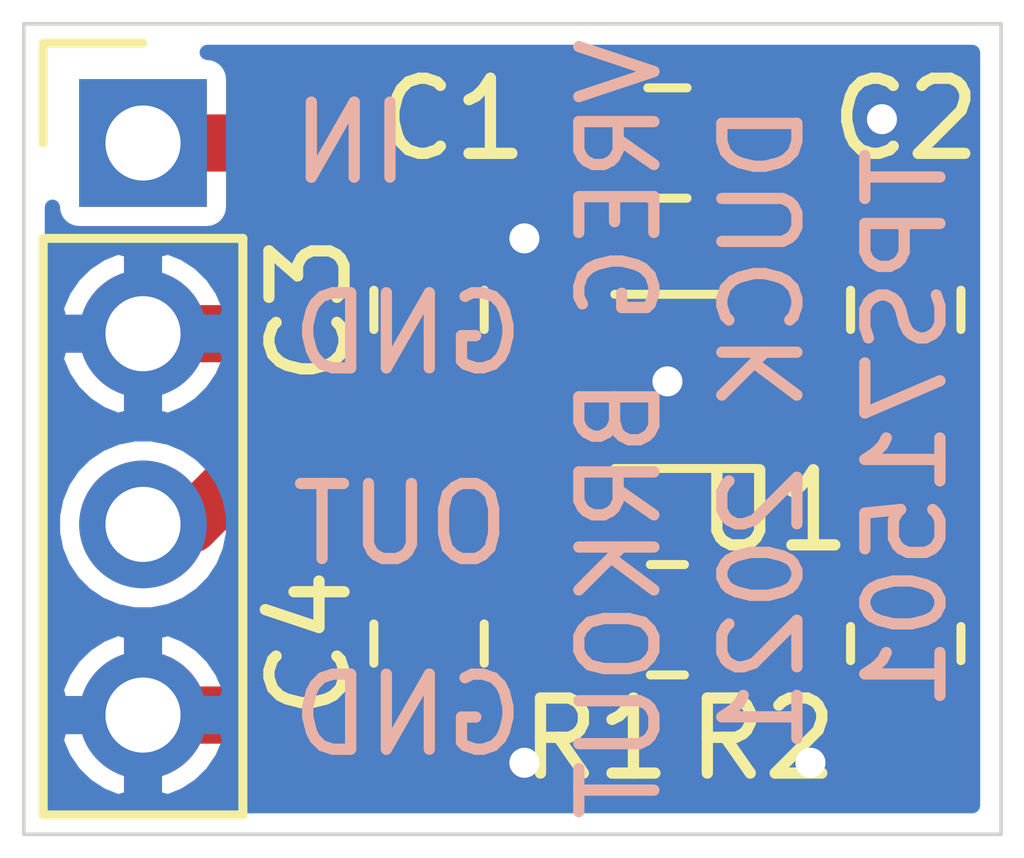
<source format=kicad_pcb>
(kicad_pcb (version 20171130) (host pcbnew 5.1.10-88a1d61d58~90~ubuntu20.04.1)

  (general
    (thickness 1.6)
    (drawings 11)
    (tracks 57)
    (zones 0)
    (modules 8)
    (nets 6)
  )

  (page A4)
  (layers
    (0 F.Cu signal)
    (31 B.Cu signal)
    (32 B.Adhes user)
    (33 F.Adhes user)
    (34 B.Paste user)
    (35 F.Paste user)
    (36 B.SilkS user)
    (37 F.SilkS user)
    (38 B.Mask user)
    (39 F.Mask user)
    (40 Dwgs.User user)
    (41 Cmts.User user)
    (42 Eco1.User user)
    (43 Eco2.User user)
    (44 Edge.Cuts user)
    (45 Margin user)
    (46 B.CrtYd user)
    (47 F.CrtYd user)
    (48 B.Fab user hide)
    (49 F.Fab user hide)
  )

  (setup
    (last_trace_width 0.762)
    (user_trace_width 0.254)
    (user_trace_width 0.381)
    (user_trace_width 0.508)
    (user_trace_width 0.762)
    (trace_clearance 0.2)
    (zone_clearance 0.254)
    (zone_45_only no)
    (trace_min 0.2)
    (via_size 0.8)
    (via_drill 0.4)
    (via_min_size 0.4)
    (via_min_drill 0.3)
    (uvia_size 0.3)
    (uvia_drill 0.1)
    (uvias_allowed no)
    (uvia_min_size 0.2)
    (uvia_min_drill 0.1)
    (edge_width 0.05)
    (segment_width 0.2)
    (pcb_text_width 0.3)
    (pcb_text_size 1.5 1.5)
    (mod_edge_width 0.12)
    (mod_text_size 1 1)
    (mod_text_width 0.15)
    (pad_size 1.524 1.524)
    (pad_drill 0.762)
    (pad_to_mask_clearance 0)
    (aux_axis_origin 0 0)
    (visible_elements FFFFFF7F)
    (pcbplotparams
      (layerselection 0x010fc_ffffffff)
      (usegerberextensions false)
      (usegerberattributes true)
      (usegerberadvancedattributes true)
      (creategerberjobfile true)
      (excludeedgelayer true)
      (linewidth 0.100000)
      (plotframeref false)
      (viasonmask false)
      (mode 1)
      (useauxorigin false)
      (hpglpennumber 1)
      (hpglpenspeed 20)
      (hpglpendiameter 15.000000)
      (psnegative false)
      (psa4output false)
      (plotreference true)
      (plotvalue true)
      (plotinvisibletext false)
      (padsonsilk false)
      (subtractmaskfromsilk false)
      (outputformat 1)
      (mirror false)
      (drillshape 1)
      (scaleselection 1)
      (outputdirectory ""))
  )

  (net 0 "")
  (net 1 "Net-(C1-Pad1)")
  (net 2 GND)
  (net 3 "Net-(C2-Pad1)")
  (net 4 "Net-(C3-Pad1)")
  (net 5 "Net-(U1-Pad3)")

  (net_class Default "This is the default net class."
    (clearance 0.2)
    (trace_width 0.25)
    (via_dia 0.8)
    (via_drill 0.4)
    (uvia_dia 0.3)
    (uvia_drill 0.1)
    (add_net GND)
    (add_net "Net-(C1-Pad1)")
    (add_net "Net-(C2-Pad1)")
    (add_net "Net-(C3-Pad1)")
    (add_net "Net-(U1-Pad3)")
  )

  (module Capacitor_SMD:C_0805_2012Metric_Pad1.18x1.45mm_HandSolder (layer F.Cu) (tedit 5F68FEEF) (tstamp 61503FAF)
    (at 131.1275 104.775)
    (descr "Capacitor SMD 0805 (2012 Metric), square (rectangular) end terminal, IPC_7351 nominal with elongated pad for handsoldering. (Body size source: IPC-SM-782 page 76, https://www.pcb-3d.com/wordpress/wp-content/uploads/ipc-sm-782a_amendment_1_and_2.pdf, https://docs.google.com/spreadsheets/d/1BsfQQcO9C6DZCsRaXUlFlo91Tg2WpOkGARC1WS5S8t0/edit?usp=sharing), generated with kicad-footprint-generator")
    (tags "capacitor handsolder")
    (path /615281E5)
    (attr smd)
    (fp_text reference C1 (at -2.8575 -0.3175) (layer F.SilkS)
      (effects (font (size 1 1) (thickness 0.15)))
    )
    (fp_text value 100n (at 0 1.68) (layer F.Fab)
      (effects (font (size 1 1) (thickness 0.15)))
    )
    (fp_line (start 1.88 0.98) (end -1.88 0.98) (layer F.CrtYd) (width 0.05))
    (fp_line (start 1.88 -0.98) (end 1.88 0.98) (layer F.CrtYd) (width 0.05))
    (fp_line (start -1.88 -0.98) (end 1.88 -0.98) (layer F.CrtYd) (width 0.05))
    (fp_line (start -1.88 0.98) (end -1.88 -0.98) (layer F.CrtYd) (width 0.05))
    (fp_line (start -0.261252 0.735) (end 0.261252 0.735) (layer F.SilkS) (width 0.12))
    (fp_line (start -0.261252 -0.735) (end 0.261252 -0.735) (layer F.SilkS) (width 0.12))
    (fp_line (start 1 0.625) (end -1 0.625) (layer F.Fab) (width 0.1))
    (fp_line (start 1 -0.625) (end 1 0.625) (layer F.Fab) (width 0.1))
    (fp_line (start -1 -0.625) (end 1 -0.625) (layer F.Fab) (width 0.1))
    (fp_line (start -1 0.625) (end -1 -0.625) (layer F.Fab) (width 0.1))
    (fp_text user %R (at 0 0) (layer F.Fab)
      (effects (font (size 0.5 0.5) (thickness 0.08)))
    )
    (pad 1 smd roundrect (at -1.0375 0) (size 1.175 1.45) (layers F.Cu F.Paste F.Mask) (roundrect_rratio 0.212766)
      (net 1 "Net-(C1-Pad1)"))
    (pad 2 smd roundrect (at 1.0375 0) (size 1.175 1.45) (layers F.Cu F.Paste F.Mask) (roundrect_rratio 0.212766)
      (net 2 GND))
    (model ${KISYS3DMOD}/Capacitor_SMD.3dshapes/C_0805_2012Metric.wrl
      (at (xyz 0 0 0))
      (scale (xyz 1 1 1))
      (rotate (xyz 0 0 0))
    )
  )

  (module Capacitor_SMD:C_0805_2012Metric_Pad1.18x1.45mm_HandSolder (layer F.Cu) (tedit 5F68FEEF) (tstamp 61503FC0)
    (at 134.3025 106.9975 90)
    (descr "Capacitor SMD 0805 (2012 Metric), square (rectangular) end terminal, IPC_7351 nominal with elongated pad for handsoldering. (Body size source: IPC-SM-782 page 76, https://www.pcb-3d.com/wordpress/wp-content/uploads/ipc-sm-782a_amendment_1_and_2.pdf, https://docs.google.com/spreadsheets/d/1BsfQQcO9C6DZCsRaXUlFlo91Tg2WpOkGARC1WS5S8t0/edit?usp=sharing), generated with kicad-footprint-generator")
    (tags "capacitor handsolder")
    (path /6152931D)
    (attr smd)
    (fp_text reference C2 (at 2.54 0 180) (layer F.SilkS)
      (effects (font (size 1 1) (thickness 0.15)))
    )
    (fp_text value 10n (at 0 1.68 90) (layer F.Fab)
      (effects (font (size 1 1) (thickness 0.15)))
    )
    (fp_text user %R (at 0 0 90) (layer F.Fab)
      (effects (font (size 0.5 0.5) (thickness 0.08)))
    )
    (fp_line (start -1 0.625) (end -1 -0.625) (layer F.Fab) (width 0.1))
    (fp_line (start -1 -0.625) (end 1 -0.625) (layer F.Fab) (width 0.1))
    (fp_line (start 1 -0.625) (end 1 0.625) (layer F.Fab) (width 0.1))
    (fp_line (start 1 0.625) (end -1 0.625) (layer F.Fab) (width 0.1))
    (fp_line (start -0.261252 -0.735) (end 0.261252 -0.735) (layer F.SilkS) (width 0.12))
    (fp_line (start -0.261252 0.735) (end 0.261252 0.735) (layer F.SilkS) (width 0.12))
    (fp_line (start -1.88 0.98) (end -1.88 -0.98) (layer F.CrtYd) (width 0.05))
    (fp_line (start -1.88 -0.98) (end 1.88 -0.98) (layer F.CrtYd) (width 0.05))
    (fp_line (start 1.88 -0.98) (end 1.88 0.98) (layer F.CrtYd) (width 0.05))
    (fp_line (start 1.88 0.98) (end -1.88 0.98) (layer F.CrtYd) (width 0.05))
    (pad 2 smd roundrect (at 1.0375 0 90) (size 1.175 1.45) (layers F.Cu F.Paste F.Mask) (roundrect_rratio 0.212766)
      (net 2 GND))
    (pad 1 smd roundrect (at -1.0375 0 90) (size 1.175 1.45) (layers F.Cu F.Paste F.Mask) (roundrect_rratio 0.212766)
      (net 3 "Net-(C2-Pad1)"))
    (model ${KISYS3DMOD}/Capacitor_SMD.3dshapes/C_0805_2012Metric.wrl
      (at (xyz 0 0 0))
      (scale (xyz 1 1 1))
      (rotate (xyz 0 0 0))
    )
  )

  (module Capacitor_SMD:C_0805_2012Metric_Pad1.18x1.45mm_HandSolder (layer F.Cu) (tedit 5F68FEEF) (tstamp 61503FD1)
    (at 127.9525 106.9975 90)
    (descr "Capacitor SMD 0805 (2012 Metric), square (rectangular) end terminal, IPC_7351 nominal with elongated pad for handsoldering. (Body size source: IPC-SM-782 page 76, https://www.pcb-3d.com/wordpress/wp-content/uploads/ipc-sm-782a_amendment_1_and_2.pdf, https://docs.google.com/spreadsheets/d/1BsfQQcO9C6DZCsRaXUlFlo91Tg2WpOkGARC1WS5S8t0/edit?usp=sharing), generated with kicad-footprint-generator")
    (tags "capacitor handsolder")
    (path /61528FB4)
    (attr smd)
    (fp_text reference C3 (at 0 -1.5875 90) (layer F.SilkS)
      (effects (font (size 1 1) (thickness 0.15)))
    )
    (fp_text value 100n (at 0 1.68 90) (layer F.Fab)
      (effects (font (size 1 1) (thickness 0.15)))
    )
    (fp_line (start 1.88 0.98) (end -1.88 0.98) (layer F.CrtYd) (width 0.05))
    (fp_line (start 1.88 -0.98) (end 1.88 0.98) (layer F.CrtYd) (width 0.05))
    (fp_line (start -1.88 -0.98) (end 1.88 -0.98) (layer F.CrtYd) (width 0.05))
    (fp_line (start -1.88 0.98) (end -1.88 -0.98) (layer F.CrtYd) (width 0.05))
    (fp_line (start -0.261252 0.735) (end 0.261252 0.735) (layer F.SilkS) (width 0.12))
    (fp_line (start -0.261252 -0.735) (end 0.261252 -0.735) (layer F.SilkS) (width 0.12))
    (fp_line (start 1 0.625) (end -1 0.625) (layer F.Fab) (width 0.1))
    (fp_line (start 1 -0.625) (end 1 0.625) (layer F.Fab) (width 0.1))
    (fp_line (start -1 -0.625) (end 1 -0.625) (layer F.Fab) (width 0.1))
    (fp_line (start -1 0.625) (end -1 -0.625) (layer F.Fab) (width 0.1))
    (fp_text user %R (at 0 0 90) (layer F.Fab)
      (effects (font (size 0.5 0.5) (thickness 0.08)))
    )
    (pad 1 smd roundrect (at -1.0375 0 90) (size 1.175 1.45) (layers F.Cu F.Paste F.Mask) (roundrect_rratio 0.212766)
      (net 4 "Net-(C3-Pad1)"))
    (pad 2 smd roundrect (at 1.0375 0 90) (size 1.175 1.45) (layers F.Cu F.Paste F.Mask) (roundrect_rratio 0.212766)
      (net 2 GND))
    (model ${KISYS3DMOD}/Capacitor_SMD.3dshapes/C_0805_2012Metric.wrl
      (at (xyz 0 0 0))
      (scale (xyz 1 1 1))
      (rotate (xyz 0 0 0))
    )
  )

  (module Capacitor_SMD:C_0805_2012Metric_Pad1.18x1.45mm_HandSolder (layer F.Cu) (tedit 5F68FEEF) (tstamp 61504179)
    (at 127.9525 111.4425 270)
    (descr "Capacitor SMD 0805 (2012 Metric), square (rectangular) end terminal, IPC_7351 nominal with elongated pad for handsoldering. (Body size source: IPC-SM-782 page 76, https://www.pcb-3d.com/wordpress/wp-content/uploads/ipc-sm-782a_amendment_1_and_2.pdf, https://docs.google.com/spreadsheets/d/1BsfQQcO9C6DZCsRaXUlFlo91Tg2WpOkGARC1WS5S8t0/edit?usp=sharing), generated with kicad-footprint-generator")
    (tags "capacitor handsolder")
    (path /6152854F)
    (attr smd)
    (fp_text reference C4 (at 0 1.5875 90) (layer F.SilkS)
      (effects (font (size 1 1) (thickness 0.15)))
    )
    (fp_text value 10u (at 0 1.68 90) (layer F.Fab)
      (effects (font (size 1 1) (thickness 0.15)))
    )
    (fp_text user %R (at 0 0 90) (layer F.Fab)
      (effects (font (size 0.5 0.5) (thickness 0.08)))
    )
    (fp_line (start -1 0.625) (end -1 -0.625) (layer F.Fab) (width 0.1))
    (fp_line (start -1 -0.625) (end 1 -0.625) (layer F.Fab) (width 0.1))
    (fp_line (start 1 -0.625) (end 1 0.625) (layer F.Fab) (width 0.1))
    (fp_line (start 1 0.625) (end -1 0.625) (layer F.Fab) (width 0.1))
    (fp_line (start -0.261252 -0.735) (end 0.261252 -0.735) (layer F.SilkS) (width 0.12))
    (fp_line (start -0.261252 0.735) (end 0.261252 0.735) (layer F.SilkS) (width 0.12))
    (fp_line (start -1.88 0.98) (end -1.88 -0.98) (layer F.CrtYd) (width 0.05))
    (fp_line (start -1.88 -0.98) (end 1.88 -0.98) (layer F.CrtYd) (width 0.05))
    (fp_line (start 1.88 -0.98) (end 1.88 0.98) (layer F.CrtYd) (width 0.05))
    (fp_line (start 1.88 0.98) (end -1.88 0.98) (layer F.CrtYd) (width 0.05))
    (pad 2 smd roundrect (at 1.0375 0 270) (size 1.175 1.45) (layers F.Cu F.Paste F.Mask) (roundrect_rratio 0.212766)
      (net 2 GND))
    (pad 1 smd roundrect (at -1.0375 0 270) (size 1.175 1.45) (layers F.Cu F.Paste F.Mask) (roundrect_rratio 0.212766)
      (net 4 "Net-(C3-Pad1)"))
    (model ${KISYS3DMOD}/Capacitor_SMD.3dshapes/C_0805_2012Metric.wrl
      (at (xyz 0 0 0))
      (scale (xyz 1 1 1))
      (rotate (xyz 0 0 0))
    )
  )

  (module Connector_PinHeader_2.54mm:PinHeader_1x04_P2.54mm_Vertical (layer F.Cu) (tedit 59FED5CC) (tstamp 61503FFA)
    (at 124.1425 104.775)
    (descr "Through hole straight pin header, 1x04, 2.54mm pitch, single row")
    (tags "Through hole pin header THT 1x04 2.54mm single row")
    (path /6153456D)
    (fp_text reference J1 (at 0 -2.33) (layer F.SilkS) hide
      (effects (font (size 1 1) (thickness 0.15)))
    )
    (fp_text value Conn_01x04 (at 0 9.95) (layer F.Fab)
      (effects (font (size 1 1) (thickness 0.15)))
    )
    (fp_line (start 1.8 -1.8) (end -1.8 -1.8) (layer F.CrtYd) (width 0.05))
    (fp_line (start 1.8 9.4) (end 1.8 -1.8) (layer F.CrtYd) (width 0.05))
    (fp_line (start -1.8 9.4) (end 1.8 9.4) (layer F.CrtYd) (width 0.05))
    (fp_line (start -1.8 -1.8) (end -1.8 9.4) (layer F.CrtYd) (width 0.05))
    (fp_line (start -1.33 -1.33) (end 0 -1.33) (layer F.SilkS) (width 0.12))
    (fp_line (start -1.33 0) (end -1.33 -1.33) (layer F.SilkS) (width 0.12))
    (fp_line (start -1.33 1.27) (end 1.33 1.27) (layer F.SilkS) (width 0.12))
    (fp_line (start 1.33 1.27) (end 1.33 8.95) (layer F.SilkS) (width 0.12))
    (fp_line (start -1.33 1.27) (end -1.33 8.95) (layer F.SilkS) (width 0.12))
    (fp_line (start -1.33 8.95) (end 1.33 8.95) (layer F.SilkS) (width 0.12))
    (fp_line (start -1.27 -0.635) (end -0.635 -1.27) (layer F.Fab) (width 0.1))
    (fp_line (start -1.27 8.89) (end -1.27 -0.635) (layer F.Fab) (width 0.1))
    (fp_line (start 1.27 8.89) (end -1.27 8.89) (layer F.Fab) (width 0.1))
    (fp_line (start 1.27 -1.27) (end 1.27 8.89) (layer F.Fab) (width 0.1))
    (fp_line (start -0.635 -1.27) (end 1.27 -1.27) (layer F.Fab) (width 0.1))
    (fp_text user %R (at 0 3.81 90) (layer F.Fab)
      (effects (font (size 1 1) (thickness 0.15)))
    )
    (pad 1 thru_hole rect (at 0 0) (size 1.7 1.7) (drill 1) (layers *.Cu *.Mask)
      (net 1 "Net-(C1-Pad1)"))
    (pad 2 thru_hole oval (at 0 2.54) (size 1.7 1.7) (drill 1) (layers *.Cu *.Mask)
      (net 2 GND))
    (pad 3 thru_hole oval (at 0 5.08) (size 1.7 1.7) (drill 1) (layers *.Cu *.Mask)
      (net 4 "Net-(C3-Pad1)"))
    (pad 4 thru_hole oval (at 0 7.62) (size 1.7 1.7) (drill 1) (layers *.Cu *.Mask)
      (net 2 GND))
    (model ${KISYS3DMOD}/Connector_PinHeader_2.54mm.3dshapes/PinHeader_1x04_P2.54mm_Vertical.wrl
      (at (xyz 0 0 0))
      (scale (xyz 1 1 1))
      (rotate (xyz 0 0 0))
    )
  )

  (module Resistor_SMD:R_0805_2012Metric_Pad1.20x1.40mm_HandSolder (layer F.Cu) (tedit 5F68FEEE) (tstamp 6150400B)
    (at 131.1275 111.125)
    (descr "Resistor SMD 0805 (2012 Metric), square (rectangular) end terminal, IPC_7351 nominal with elongated pad for handsoldering. (Body size source: IPC-SM-782 page 72, https://www.pcb-3d.com/wordpress/wp-content/uploads/ipc-sm-782a_amendment_1_and_2.pdf), generated with kicad-footprint-generator")
    (tags "resistor handsolder")
    (path /615295EA)
    (attr smd)
    (fp_text reference R1 (at -0.9525 1.5875) (layer F.SilkS)
      (effects (font (size 1 1) (thickness 0.15)))
    )
    (fp_text value 2.2Meg (at 0 1.65) (layer F.Fab)
      (effects (font (size 1 1) (thickness 0.15)))
    )
    (fp_line (start 1.85 0.95) (end -1.85 0.95) (layer F.CrtYd) (width 0.05))
    (fp_line (start 1.85 -0.95) (end 1.85 0.95) (layer F.CrtYd) (width 0.05))
    (fp_line (start -1.85 -0.95) (end 1.85 -0.95) (layer F.CrtYd) (width 0.05))
    (fp_line (start -1.85 0.95) (end -1.85 -0.95) (layer F.CrtYd) (width 0.05))
    (fp_line (start -0.227064 0.735) (end 0.227064 0.735) (layer F.SilkS) (width 0.12))
    (fp_line (start -0.227064 -0.735) (end 0.227064 -0.735) (layer F.SilkS) (width 0.12))
    (fp_line (start 1 0.625) (end -1 0.625) (layer F.Fab) (width 0.1))
    (fp_line (start 1 -0.625) (end 1 0.625) (layer F.Fab) (width 0.1))
    (fp_line (start -1 -0.625) (end 1 -0.625) (layer F.Fab) (width 0.1))
    (fp_line (start -1 0.625) (end -1 -0.625) (layer F.Fab) (width 0.1))
    (fp_text user %R (at 0 0) (layer F.Fab)
      (effects (font (size 0.5 0.5) (thickness 0.08)))
    )
    (pad 1 smd roundrect (at -1 0) (size 1.2 1.4) (layers F.Cu F.Paste F.Mask) (roundrect_rratio 0.208333)
      (net 4 "Net-(C3-Pad1)"))
    (pad 2 smd roundrect (at 1 0) (size 1.2 1.4) (layers F.Cu F.Paste F.Mask) (roundrect_rratio 0.208333)
      (net 3 "Net-(C2-Pad1)"))
    (model ${KISYS3DMOD}/Resistor_SMD.3dshapes/R_0805_2012Metric.wrl
      (at (xyz 0 0 0))
      (scale (xyz 1 1 1))
      (rotate (xyz 0 0 0))
    )
  )

  (module Resistor_SMD:R_0805_2012Metric_Pad1.20x1.40mm_HandSolder (layer F.Cu) (tedit 5F68FEEE) (tstamp 6150401C)
    (at 134.3025 111.4425 270)
    (descr "Resistor SMD 0805 (2012 Metric), square (rectangular) end terminal, IPC_7351 nominal with elongated pad for handsoldering. (Body size source: IPC-SM-782 page 72, https://www.pcb-3d.com/wordpress/wp-content/uploads/ipc-sm-782a_amendment_1_and_2.pdf), generated with kicad-footprint-generator")
    (tags "resistor handsolder")
    (path /615299BF)
    (attr smd)
    (fp_text reference R2 (at 1.27 1.905 180) (layer F.SilkS)
      (effects (font (size 1 1) (thickness 0.15)))
    )
    (fp_text value 470k (at 0 1.65 90) (layer F.Fab)
      (effects (font (size 1 1) (thickness 0.15)))
    )
    (fp_text user %R (at 0 0 90) (layer F.Fab)
      (effects (font (size 0.5 0.5) (thickness 0.08)))
    )
    (fp_line (start -1 0.625) (end -1 -0.625) (layer F.Fab) (width 0.1))
    (fp_line (start -1 -0.625) (end 1 -0.625) (layer F.Fab) (width 0.1))
    (fp_line (start 1 -0.625) (end 1 0.625) (layer F.Fab) (width 0.1))
    (fp_line (start 1 0.625) (end -1 0.625) (layer F.Fab) (width 0.1))
    (fp_line (start -0.227064 -0.735) (end 0.227064 -0.735) (layer F.SilkS) (width 0.12))
    (fp_line (start -0.227064 0.735) (end 0.227064 0.735) (layer F.SilkS) (width 0.12))
    (fp_line (start -1.85 0.95) (end -1.85 -0.95) (layer F.CrtYd) (width 0.05))
    (fp_line (start -1.85 -0.95) (end 1.85 -0.95) (layer F.CrtYd) (width 0.05))
    (fp_line (start 1.85 -0.95) (end 1.85 0.95) (layer F.CrtYd) (width 0.05))
    (fp_line (start 1.85 0.95) (end -1.85 0.95) (layer F.CrtYd) (width 0.05))
    (pad 2 smd roundrect (at 1 0 270) (size 1.2 1.4) (layers F.Cu F.Paste F.Mask) (roundrect_rratio 0.208333)
      (net 2 GND))
    (pad 1 smd roundrect (at -1 0 270) (size 1.2 1.4) (layers F.Cu F.Paste F.Mask) (roundrect_rratio 0.208333)
      (net 3 "Net-(C2-Pad1)"))
    (model ${KISYS3DMOD}/Resistor_SMD.3dshapes/R_0805_2012Metric.wrl
      (at (xyz 0 0 0))
      (scale (xyz 1 1 1))
      (rotate (xyz 0 0 0))
    )
  )

  (module Package_TO_SOT_SMD:SOT-353_SC-70-5 (layer F.Cu) (tedit 5A02FF57) (tstamp 61504031)
    (at 131.1275 107.95 180)
    (descr "SOT-353, SC-70-5")
    (tags "SOT-353 SC-70-5")
    (path /61527D78)
    (attr smd)
    (fp_text reference U1 (at -1.420287 -1.722832) (layer F.SilkS)
      (effects (font (size 1 1) (thickness 0.15)))
    )
    (fp_text value TPS71501__SC70 (at 0 2 180) (layer F.Fab)
      (effects (font (size 1 1) (thickness 0.15)))
    )
    (fp_line (start -0.175 -1.1) (end -0.675 -0.6) (layer F.Fab) (width 0.1))
    (fp_line (start 0.675 1.1) (end -0.675 1.1) (layer F.Fab) (width 0.1))
    (fp_line (start 0.675 -1.1) (end 0.675 1.1) (layer F.Fab) (width 0.1))
    (fp_line (start -1.6 1.4) (end 1.6 1.4) (layer F.CrtYd) (width 0.05))
    (fp_line (start -0.675 -0.6) (end -0.675 1.1) (layer F.Fab) (width 0.1))
    (fp_line (start 0.675 -1.1) (end -0.175 -1.1) (layer F.Fab) (width 0.1))
    (fp_line (start -1.6 -1.4) (end 1.6 -1.4) (layer F.CrtYd) (width 0.05))
    (fp_line (start -1.6 -1.4) (end -1.6 1.4) (layer F.CrtYd) (width 0.05))
    (fp_line (start 1.6 1.4) (end 1.6 -1.4) (layer F.CrtYd) (width 0.05))
    (fp_line (start -0.7 1.16) (end 0.7 1.16) (layer F.SilkS) (width 0.12))
    (fp_line (start 0.7 -1.16) (end -1.2 -1.16) (layer F.SilkS) (width 0.12))
    (fp_text user %R (at 0 0 90) (layer F.Fab)
      (effects (font (size 0.5 0.5) (thickness 0.075)))
    )
    (pad 1 smd rect (at -0.95 -0.65 180) (size 0.65 0.4) (layers F.Cu F.Paste F.Mask)
      (net 3 "Net-(C2-Pad1)"))
    (pad 3 smd rect (at -0.95 0.65 180) (size 0.65 0.4) (layers F.Cu F.Paste F.Mask)
      (net 5 "Net-(U1-Pad3)"))
    (pad 2 smd rect (at -0.95 0 180) (size 0.65 0.4) (layers F.Cu F.Paste F.Mask)
      (net 2 GND))
    (pad 4 smd rect (at 0.95 0.65 180) (size 0.65 0.4) (layers F.Cu F.Paste F.Mask)
      (net 1 "Net-(C1-Pad1)"))
    (pad 5 smd rect (at 0.95 -0.65 180) (size 0.65 0.4) (layers F.Cu F.Paste F.Mask)
      (net 4 "Net-(C3-Pad1)"))
    (model ${KISYS3DMOD}/Package_TO_SOT_SMD.3dshapes/SOT-353_SC-70-5.wrl
      (at (xyz 0 0 0))
      (scale (xyz 1 1 1))
      (rotate (xyz 0 0 0))
    )
  )

  (gr_text "VREG BRKOUT" (at 130.4925 108.585 90) (layer B.SilkS)
    (effects (font (size 1 1) (thickness 0.15)) (justify mirror))
  )
  (gr_text "DUCK 2021" (at 132.3975 108.585 90) (layer B.SilkS) (tstamp 61504B55)
    (effects (font (size 1 1) (thickness 0.15)) (justify mirror))
  )
  (gr_text TPS71501 (at 134.3025 108.585 90) (layer B.SilkS)
    (effects (font (size 1 1) (thickness 0.15)) (justify mirror))
  )
  (gr_text OUT (at 126.0475 109.855) (layer B.SilkS) (tstamp 61504B4F)
    (effects (font (size 1 1) (thickness 0.15)) (justify right mirror))
  )
  (gr_text GND (at 126.0475 112.395) (layer B.SilkS) (tstamp 61504B4D)
    (effects (font (size 1 1) (thickness 0.15)) (justify right mirror))
  )
  (gr_text GND (at 126.0475 107.315) (layer B.SilkS)
    (effects (font (size 1 1) (thickness 0.15)) (justify right mirror))
  )
  (gr_text IN (at 126.0475 104.775) (layer B.SilkS)
    (effects (font (size 1 1) (thickness 0.15)) (justify right mirror))
  )
  (gr_line (start 135.5725 103.1875) (end 122.555 103.1875) (layer Edge.Cuts) (width 0.05) (tstamp 61504869))
  (gr_line (start 135.5725 113.9825) (end 135.5725 103.1875) (layer Edge.Cuts) (width 0.05))
  (gr_line (start 122.555 113.9825) (end 135.5725 113.9825) (layer Edge.Cuts) (width 0.05))
  (gr_line (start 122.555 103.1875) (end 122.555 113.9825) (layer Edge.Cuts) (width 0.05))

  (segment (start 124.1425 104.775) (end 125.4125 104.775) (width 0.762) (layer F.Cu) (net 1))
  (segment (start 125.4125 104.775) (end 126.0475 104.14) (width 0.762) (layer F.Cu) (net 1))
  (segment (start 129.455 104.14) (end 130.09 104.775) (width 0.762) (layer F.Cu) (net 1))
  (segment (start 126.0475 104.14) (end 129.455 104.14) (width 0.762) (layer F.Cu) (net 1))
  (segment (start 130.1775 104.8625) (end 130.09 104.775) (width 0.508) (layer F.Cu) (net 1))
  (segment (start 130.1775 107.3) (end 130.1775 104.8625) (width 0.508) (layer F.Cu) (net 1))
  (segment (start 124.1425 107.315) (end 125.4125 107.315) (width 0.762) (layer F.Cu) (net 2))
  (segment (start 126.7675 105.96) (end 127.9525 105.96) (width 0.762) (layer F.Cu) (net 2))
  (segment (start 125.4125 107.315) (end 126.7675 105.96) (width 0.762) (layer F.Cu) (net 2))
  (segment (start 127.8675 112.395) (end 127.9525 112.48) (width 0.762) (layer F.Cu) (net 2))
  (segment (start 124.1425 112.395) (end 127.8675 112.395) (width 0.762) (layer F.Cu) (net 2))
  (segment (start 133.0325 113.03) (end 132.08 113.03) (width 0.762) (layer F.Cu) (net 2))
  (via (at 129.2225 113.03) (size 0.8) (drill 0.4) (layers F.Cu B.Cu) (net 2))
  (segment (start 133.0325 113.03) (end 133.0325 113.03) (width 0.762) (layer F.Cu) (net 2) (tstamp 61504997))
  (via (at 133.0325 113.03) (size 0.8) (drill 0.4) (layers F.Cu B.Cu) (net 2))
  (via (at 131.1275 107.95) (size 0.8) (drill 0.4) (layers F.Cu B.Cu) (net 2))
  (segment (start 132.0775 107.95) (end 131.1275 107.95) (width 0.381) (layer F.Cu) (net 2))
  (segment (start 132.7835 107.95) (end 133.0325 107.701) (width 0.381) (layer F.Cu) (net 2))
  (segment (start 132.0775 107.95) (end 132.7835 107.95) (width 0.381) (layer F.Cu) (net 2))
  (segment (start 133.0325 107.23) (end 134.3025 105.96) (width 0.381) (layer F.Cu) (net 2))
  (segment (start 133.0325 107.701) (end 133.0325 107.23) (width 0.381) (layer F.Cu) (net 2))
  (via (at 129.2225 106.045) (size 0.8) (drill 0.4) (layers F.Cu B.Cu) (net 2))
  (segment (start 129.1375 105.96) (end 129.2225 106.045) (width 0.762) (layer F.Cu) (net 2))
  (segment (start 127.9525 105.96) (end 129.1375 105.96) (width 0.762) (layer F.Cu) (net 2))
  (segment (start 128.5025 113.03) (end 127.9525 112.48) (width 0.762) (layer F.Cu) (net 2))
  (segment (start 133.715 113.03) (end 134.3025 112.4425) (width 0.762) (layer F.Cu) (net 2))
  (segment (start 133.0325 113.03) (end 133.715 113.03) (width 0.762) (layer F.Cu) (net 2))
  (segment (start 131.1275 107.95) (end 131.1275 106.68) (width 0.381) (layer F.Cu) (net 2))
  (segment (start 132.165 105.6425) (end 132.165 104.775) (width 0.381) (layer F.Cu) (net 2))
  (segment (start 131.1275 106.68) (end 132.165 105.6425) (width 0.381) (layer F.Cu) (net 2))
  (via (at 133.985 104.4575) (size 0.8) (drill 0.4) (layers F.Cu B.Cu) (net 2))
  (segment (start 132.4825 104.4575) (end 132.165 104.775) (width 0.762) (layer F.Cu) (net 2))
  (segment (start 133.985 104.4575) (end 132.4825 104.4575) (width 0.762) (layer F.Cu) (net 2))
  (segment (start 134.3025 104.775) (end 133.985 104.4575) (width 0.762) (layer F.Cu) (net 2))
  (segment (start 134.3025 105.96) (end 134.3025 104.775) (width 0.762) (layer F.Cu) (net 2))
  (segment (start 131.1275 107.95) (end 131.1275 113.03) (width 0.381) (layer F.Cu) (net 2))
  (segment (start 131.1275 113.03) (end 128.5025 113.03) (width 0.762) (layer F.Cu) (net 2))
  (segment (start 132.08 113.03) (end 131.1275 113.03) (width 0.762) (layer F.Cu) (net 2))
  (segment (start 129.2225 107.572902) (end 129.2225 106.045) (width 0.381) (layer F.Cu) (net 2))
  (segment (start 129.599598 107.95) (end 129.2225 107.572902) (width 0.381) (layer F.Cu) (net 2))
  (segment (start 131.1275 107.95) (end 129.599598 107.95) (width 0.381) (layer F.Cu) (net 2))
  (segment (start 133.7375 108.6) (end 134.3025 108.035) (width 0.254) (layer F.Cu) (net 3))
  (segment (start 132.0775 108.6) (end 133.7375 108.6) (width 0.254) (layer F.Cu) (net 3))
  (segment (start 134.3025 108.035) (end 134.3025 110.4425) (width 0.254) (layer F.Cu) (net 3))
  (segment (start 132.0775 111.075) (end 132.1275 111.125) (width 0.254) (layer F.Cu) (net 3))
  (segment (start 132.0775 108.6) (end 132.0775 111.075) (width 0.254) (layer F.Cu) (net 3))
  (segment (start 130.1775 108.6) (end 130.1775 109.2175) (width 0.508) (layer F.Cu) (net 4))
  (segment (start 130.175 109.22) (end 127.9525 109.22) (width 0.508) (layer F.Cu) (net 4))
  (segment (start 127.9525 109.22) (end 127.9525 108.035) (width 0.508) (layer F.Cu) (net 4))
  (segment (start 130.1775 109.2175) (end 130.175 109.22) (width 0.508) (layer F.Cu) (net 4))
  (segment (start 127.9525 109.5375) (end 127.9525 109.22) (width 0.508) (layer F.Cu) (net 4))
  (segment (start 127.9525 110.405) (end 127.9525 109.5375) (width 0.508) (layer F.Cu) (net 4))
  (segment (start 130.1275 109.2675) (end 130.1775 109.2175) (width 0.508) (layer F.Cu) (net 4))
  (segment (start 130.1275 111.125) (end 130.1275 109.2675) (width 0.508) (layer F.Cu) (net 4))
  (segment (start 124.1425 109.855) (end 124.7775 109.855) (width 0.762) (layer F.Cu) (net 4))
  (segment (start 126.5975 108.035) (end 127.9525 108.035) (width 0.762) (layer F.Cu) (net 4))
  (segment (start 124.7775 109.855) (end 126.5975 108.035) (width 0.762) (layer F.Cu) (net 4))

  (zone (net 2) (net_name GND) (layer B.Cu) (tstamp 0) (hatch edge 0.508)
    (connect_pads (clearance 0.254))
    (min_thickness 0.2032)
    (fill yes (arc_segments 32) (thermal_gap 0.254) (thermal_bridge_width 0.508))
    (polygon
      (pts
        (xy 135.89 114.3) (xy 122.2375 114.3) (xy 122.2375 102.87) (xy 135.89 102.87)
      )
    )
    (filled_polygon
      (pts
        (xy 135.1919 113.6019) (xy 122.9356 113.6019) (xy 122.9356 112.732608) (xy 122.985135 112.732608) (xy 122.992615 112.757289)
        (xy 123.085389 112.974659) (xy 123.218787 113.169753) (xy 123.387683 113.335074) (xy 123.585586 113.464268) (xy 123.804891 113.552371)
        (xy 123.9901 113.502036) (xy 123.9901 112.5474) (xy 124.2949 112.5474) (xy 124.2949 113.502036) (xy 124.480109 113.552371)
        (xy 124.699414 113.464268) (xy 124.897317 113.335074) (xy 125.066213 113.169753) (xy 125.199611 112.974659) (xy 125.292385 112.757289)
        (xy 125.299865 112.732608) (xy 125.248752 112.5474) (xy 124.2949 112.5474) (xy 123.9901 112.5474) (xy 123.036248 112.5474)
        (xy 122.985135 112.732608) (xy 122.9356 112.732608) (xy 122.9356 112.057392) (xy 122.985135 112.057392) (xy 123.036248 112.2426)
        (xy 123.9901 112.2426) (xy 123.9901 111.287964) (xy 124.2949 111.287964) (xy 124.2949 112.2426) (xy 125.248752 112.2426)
        (xy 125.299865 112.057392) (xy 125.292385 112.032711) (xy 125.199611 111.815341) (xy 125.066213 111.620247) (xy 124.897317 111.454926)
        (xy 124.699414 111.325732) (xy 124.480109 111.237629) (xy 124.2949 111.287964) (xy 123.9901 111.287964) (xy 123.804891 111.237629)
        (xy 123.585586 111.325732) (xy 123.387683 111.454926) (xy 123.218787 111.620247) (xy 123.085389 111.815341) (xy 122.992615 112.032711)
        (xy 122.985135 112.057392) (xy 122.9356 112.057392) (xy 122.9356 109.736259) (xy 122.9369 109.736259) (xy 122.9369 109.973741)
        (xy 122.983231 110.20666) (xy 123.074111 110.426066) (xy 123.20605 110.623525) (xy 123.373975 110.79145) (xy 123.571434 110.923389)
        (xy 123.79084 111.014269) (xy 124.023759 111.0606) (xy 124.261241 111.0606) (xy 124.49416 111.014269) (xy 124.713566 110.923389)
        (xy 124.911025 110.79145) (xy 125.07895 110.623525) (xy 125.210889 110.426066) (xy 125.301769 110.20666) (xy 125.3481 109.973741)
        (xy 125.3481 109.736259) (xy 125.301769 109.50334) (xy 125.210889 109.283934) (xy 125.07895 109.086475) (xy 124.911025 108.91855)
        (xy 124.713566 108.786611) (xy 124.49416 108.695731) (xy 124.261241 108.6494) (xy 124.023759 108.6494) (xy 123.79084 108.695731)
        (xy 123.571434 108.786611) (xy 123.373975 108.91855) (xy 123.20605 109.086475) (xy 123.074111 109.283934) (xy 122.983231 109.50334)
        (xy 122.9369 109.736259) (xy 122.9356 109.736259) (xy 122.9356 107.652608) (xy 122.985135 107.652608) (xy 122.992615 107.677289)
        (xy 123.085389 107.894659) (xy 123.218787 108.089753) (xy 123.387683 108.255074) (xy 123.585586 108.384268) (xy 123.804891 108.472371)
        (xy 123.9901 108.422036) (xy 123.9901 107.4674) (xy 124.2949 107.4674) (xy 124.2949 108.422036) (xy 124.480109 108.472371)
        (xy 124.699414 108.384268) (xy 124.897317 108.255074) (xy 125.066213 108.089753) (xy 125.199611 107.894659) (xy 125.292385 107.677289)
        (xy 125.299865 107.652608) (xy 125.248752 107.4674) (xy 124.2949 107.4674) (xy 123.9901 107.4674) (xy 123.036248 107.4674)
        (xy 122.985135 107.652608) (xy 122.9356 107.652608) (xy 122.9356 106.977392) (xy 122.985135 106.977392) (xy 123.036248 107.1626)
        (xy 123.9901 107.1626) (xy 123.9901 106.207964) (xy 124.2949 106.207964) (xy 124.2949 107.1626) (xy 125.248752 107.1626)
        (xy 125.299865 106.977392) (xy 125.292385 106.952711) (xy 125.199611 106.735341) (xy 125.066213 106.540247) (xy 124.897317 106.374926)
        (xy 124.699414 106.245732) (xy 124.480109 106.157629) (xy 124.2949 106.207964) (xy 123.9901 106.207964) (xy 123.804891 106.157629)
        (xy 123.585586 106.245732) (xy 123.387683 106.374926) (xy 123.218787 106.540247) (xy 123.085389 106.735341) (xy 122.992615 106.952711)
        (xy 122.985135 106.977392) (xy 122.9356 106.977392) (xy 122.9356 105.629264) (xy 122.942046 105.69471) (xy 122.962379 105.76174)
        (xy 122.995399 105.823516) (xy 123.039837 105.877663) (xy 123.093984 105.922101) (xy 123.15576 105.955121) (xy 123.22279 105.975454)
        (xy 123.2925 105.98232) (xy 124.9925 105.98232) (xy 125.06221 105.975454) (xy 125.12924 105.955121) (xy 125.191016 105.922101)
        (xy 125.245163 105.877663) (xy 125.289601 105.823516) (xy 125.322621 105.76174) (xy 125.342954 105.69471) (xy 125.34982 105.625)
        (xy 125.34982 103.925) (xy 125.342954 103.85529) (xy 125.322621 103.78826) (xy 125.289601 103.726484) (xy 125.245163 103.672337)
        (xy 125.191016 103.627899) (xy 125.12924 103.594879) (xy 125.06221 103.574546) (xy 124.996764 103.5681) (xy 135.191901 103.5681)
      )
    )
  )
)

</source>
